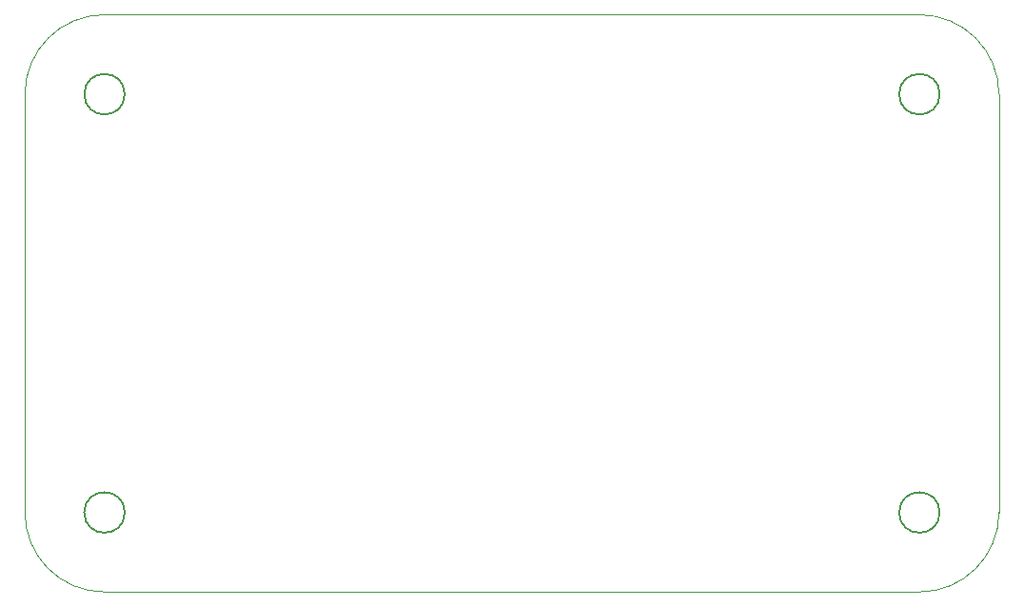
<source format=gm1>
G04 #@! TF.GenerationSoftware,KiCad,Pcbnew,(7.0.0)*
G04 #@! TF.CreationDate,2024-06-27T16:39:17-07:00*
G04 #@! TF.ProjectId,msp-debugger,6d73702d-6465-4627-9567-6765722e6b69,rev?*
G04 #@! TF.SameCoordinates,Original*
G04 #@! TF.FileFunction,Profile,NP*
%FSLAX46Y46*%
G04 Gerber Fmt 4.6, Leading zero omitted, Abs format (unit mm)*
G04 Created by KiCad (PCBNEW (7.0.0)) date 2024-06-27 16:39:17*
%MOMM*%
%LPD*%
G01*
G04 APERTURE LIST*
G04 #@! TA.AperFunction,Profile*
%ADD10C,0.100000*%
G04 #@! TD*
G04 #@! TA.AperFunction,Profile*
%ADD11C,0.200000*%
G04 #@! TD*
G04 APERTURE END LIST*
D10*
X191965100Y-76545067D02*
G75*
G03*
X184894000Y-69474000I-7071100J-33D01*
G01*
X112463067Y-69474000D02*
G75*
G03*
X105392000Y-76545067I3J-7071070D01*
G01*
X184894000Y-120845067D02*
G75*
G03*
X191965067Y-113774000I0J7071067D01*
G01*
D11*
X114263067Y-76545067D02*
G75*
G03*
X114263067Y-76545067I-1800000J0D01*
G01*
D10*
X105392000Y-113774000D02*
X105392000Y-76545067D01*
X191965067Y-76545067D02*
X191965067Y-113774000D01*
D11*
X186694000Y-113774000D02*
G75*
G03*
X186694000Y-113774000I-1800000J0D01*
G01*
D10*
X184894000Y-120845067D02*
X112463067Y-120845067D01*
D11*
X186694000Y-76545067D02*
G75*
G03*
X186694000Y-76545067I-1800000J0D01*
G01*
D10*
X112463067Y-69474000D02*
X184894000Y-69474000D01*
D11*
X114263067Y-113774000D02*
G75*
G03*
X114263067Y-113774000I-1800000J0D01*
G01*
D10*
X105392033Y-113774000D02*
G75*
G03*
X112463067Y-120845067I7071067J0D01*
G01*
M02*

</source>
